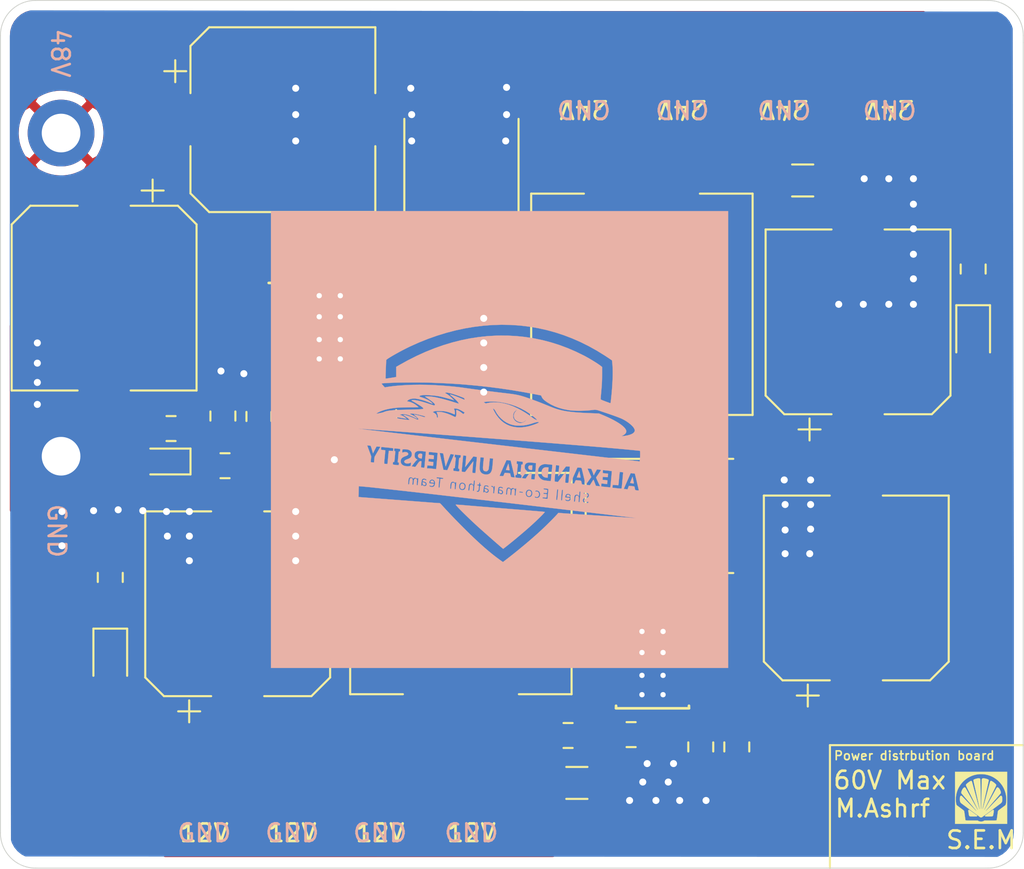
<source format=kicad_pcb>
(kicad_pcb (version 20171130) (host pcbnew "(5.1.6)-1")
  (layers (0 F.Cu signal) (31 B.Cu power) (34 B.Paste user) (35 F.Paste user) (36 B.SilkS user) (37 F.SilkS user) (38 B.Mask user) (39 F.Mask user) (44 Edge.Cuts user))
  (net 0 "")
  (net 1 "Net-(C2-Pad1)")
  (net 2 "Net-(C2-Pad2)")
  (net 3 +48V)
  (net 4 GND)
  (net 5 +24V)
  (net 6 "Net-(C12-Pad2)")
  (net 7 "Net-(C14-Pad2)")
  (net 8 "Net-(C15-Pad2)")
  (net 9 "Net-(C15-Pad1)")
  (net 10 +12V)
  (net 11 "Net-(D3-Pad1)")
  (net 12 "Net-(D5-Pad1)")
  (net 13 "Net-(D6-Pad1)")
  (net 14 "Net-(R2-Pad2)")
  (net 15 FB_24)
  (net 16 "Net-(R8-Pad1)")
  (net 17 "Net-(R14-Pad1)")
  (net 18 "Net-(R15-Pad2)")
  (net 19 FB_12)
  (net 20 "Net-(U3-Pad2)")
  (net 21 "Net-(U3-Pad3)")
  (module TestPoint:shell (layer F.Cu) (at 99.2 179.6)
    (fp_text reference G*** hide)
    (fp_text value LOGO hide)
  )
  (module TestPoint:logo (layer B.Cu) (at 71.8 159.2 180)
    (fp_text reference G*** hide)
    (fp_text value LOGO hide)
  )
  (module MountingHole:MountingHole_2.2mm_M2_DIN965_Pad (layer F.Cu) (at 46.85 160.15 270)
    (fp_text reference H2)
    (fp_text value GND)
    (pad 1 thru_hole circle (at 0 0 270) (size 3.8 3.8) (drill 2.2) (layers *.Cu *.Mask) (net 4 GND))
  )
  (module MountingHole:MountingHole_2.2mm_M2_DIN965_Pad (layer F.Cu) (at 46.85 141.75 270)
    (fp_text reference H1)
    (fp_text value 48)
    (pad 1 thru_hole circle (at 0 0 270) (size 3.8 3.8) (drill 2.2) (layers *.Cu *.Mask) (net 3 +48V))
  )
  (module Connector_Wire:SolderWirePad_1x01_SMD_1x2mm (layer F.Cu) (at 88.1 136.9)
    (fp_text reference J16)
    (fp_text value GND)
    (pad 1 smd roundrect (at 0 0) (size 2 3) (layers F.Cu F.Paste F.Mask) (net 5 +24V))
  )
  (module Connector_Wire:SolderWirePad_1x01_SMD_1x2mm (layer F.Cu) (at 94.1 137)
    (fp_text reference J15)
    (fp_text value GND)
    (pad 1 smd roundrect (at 0 0) (size 2 3) (layers F.Cu F.Paste F.Mask) (net 5 +24V))
  )
  (module Connector_Wire:SolderWirePad_1x01_SMD_1x2mm (layer F.Cu) (at 82.2 136.89)
    (fp_text reference J14)
    (fp_text value GND)
    (pad 1 smd roundrect (at 0 0) (size 2 3) (layers F.Cu F.Paste F.Mask) (net 5 +24V))
  )
  (module Connector_Wire:SolderWirePad_1x01_SMD_1x2mm (layer F.Cu) (at 76.65 136.9)
    (fp_text reference J13)
    (fp_text value GND)
    (pad 1 smd roundrect (at 0 0) (size 2 3) (layers F.Cu F.Paste F.Mask) (net 5 +24V))
  )
  (module Connector_Wire:SolderWirePad_1x01_SMD_1x2mm (layer F.Cu) (at 70.15 178.75)
    (fp_text reference J12)
    (fp_text value GND)
    (pad 1 smd roundrect (at 0 0) (size 2 3) (layers F.Cu F.Paste F.Mask) (net 10 +12V))
  )
  (module Connector_Wire:SolderWirePad_1x01_SMD_1x2mm (layer F.Cu) (at 54.95 178.75)
    (fp_text reference J11)
    (fp_text value GND)
    (pad 1 smd roundrect (at 0 0) (size 2 3) (layers F.Cu F.Paste F.Mask) (net 10 +12V))
  )
  (module Connector_Wire:SolderWirePad_1x01_SMD_1x2mm (layer F.Cu) (at 59.95 178.75)
    (fp_text reference J10)
    (fp_text value GND)
    (pad 1 smd roundrect (at 0 0) (size 2 3) (layers F.Cu F.Paste F.Mask) (net 10 +12V))
  )
  (module Connector_Wire:SolderWirePad_1x01_SMD_1x2mm (layer F.Cu) (at 64.95 178.75)
    (fp_text reference J9)
    (fp_text value GND)
    (pad 1 smd roundrect (at 0 0) (size 2 3) (layers F.Cu F.Paste F.Mask) (net 10 +12V))
  )
  (module Connector_Wire:SolderWirePad_1x01_SMD_1x2mm (layer B.Cu) (at 94.1 137)
    (fp_text reference J8)
    (fp_text value GND)
    (pad 1 smd roundrect (at 0 0) (size 2 3) (layers B.Cu B.Paste B.Mask) (net 4 GND))
  )
  (module Connector_Wire:SolderWirePad_1x01_SMD_1x2mm (layer B.Cu) (at 88.1 136.9)
    (fp_text reference J7)
    (fp_text value GND)
    (pad 1 smd roundrect (at 0 0) (size 2 3) (layers B.Cu B.Paste B.Mask) (net 4 GND))
  )
  (module Connector_Wire:SolderWirePad_1x01_SMD_1x2mm (layer B.Cu) (at 82.2 136.9)
    (fp_text reference J6)
    (fp_text value GND)
    (pad 1 smd roundrect (at 0 0) (size 2 3) (layers B.Cu B.Paste B.Mask) (net 4 GND))
  )
  (module Connector_Wire:SolderWirePad_1x01_SMD_1x2mm (layer B.Cu) (at 70.15 178.75)
    (fp_text reference J5)
    (fp_text value GND)
    (pad 1 smd roundrect (at 0 0) (size 2 3) (layers B.Cu B.Paste B.Mask) (net 4 GND))
  )
  (module Connector_Wire:SolderWirePad_1x01_SMD_1x2mm (layer B.Cu) (at 64.95 178.75)
    (fp_text reference J4)
    (fp_text value GND)
    (pad 1 smd roundrect (at 0 0) (size 2 3) (layers B.Cu B.Paste B.Mask) (net 4 GND))
  )
  (module Connector_Wire:SolderWirePad_1x01_SMD_1x2mm (layer B.Cu) (at 59.95 178.75)
    (fp_text reference J3)
    (fp_text value GND)
    (pad 1 smd roundrect (at 0 0) (size 2 3) (layers B.Cu B.Paste B.Mask) (net 4 GND))
  )
  (module Connector_Wire:SolderWirePad_1x01_SMD_1x2mm (layer B.Cu) (at 76.65 136.9)
    (fp_text reference J2)
    (fp_text value GND)
    (pad 1 smd roundrect (at 0 0) (size 2 3) (layers B.Cu B.Paste B.Mask) (net 4 GND))
  )
  (module Connector_Wire:SolderWirePad_1x01_SMD_1x2mm (layer B.Cu) (at 54.95 178.75)
    (fp_text reference J1)
    (fp_text value GND)
    (pad 1 smd roundrect (at 0 0) (size 2 3) (layers B.Cu B.Paste B.Mask) (net 4 GND))
  )
  (module Capacitor_SMD:CP_Elec_10x10 (layer F.Cu) (at 92.1 167.65 90)
    (fp_text reference C17)
    (fp_text value "220u 50v")
    (pad 2 smd roundrect (at 4 0 90) (size 4 2.5) (layers F.Cu F.Paste F.Mask) (roundrect_rratio 0.1) (net 4 GND))
    (pad 1 smd roundrect (at -4 0 90) (size 4 2.5) (layers F.Cu F.Paste F.Mask) (roundrect_rratio 0.1) (net 5 +24V))
  )
  (module Capacitor_SMD:CP_Elec_10x10 (layer F.Cu) (at 49.3 151.148 270)
    (fp_text reference C5)
    (fp_text value "47u 100v")
    (pad 2 smd roundrect (at 4 0 270) (size 4 2.5) (layers F.Cu F.Paste F.Mask) (roundrect_rratio 0.1) (net 4 GND))
    (pad 1 smd roundrect (at -4 0 270) (size 4 2.5) (layers F.Cu F.Paste F.Mask) (roundrect_rratio 0.1) (net 3 +48V))
  )
  (module Package_SO:TI_SO-PowerPAD-8_ThermalVias (layer F.Cu) (at 62.139 152.809)
    (fp_text reference U2)
    (fp_text value TPS54360DDA)
    (pad 9 thru_hole circle (at 0.6 1.8) (size 0.6 0.6) (drill 0.3) (layers *.Cu) (net 4 GND))
    (pad 9 thru_hole circle (at 0.6 0.7) (size 0.6 0.6) (drill 0.3) (layers *.Cu) (net 4 GND))
    (pad 9 thru_hole circle (at -0.6 0.7) (size 0.6 0.6) (drill 0.3) (layers *.Cu) (net 4 GND))
    (pad 9 thru_hole circle (at -0.6 1.8) (size 0.6 0.6) (drill 0.3) (layers *.Cu) (net 4 GND))
    (pad 9 thru_hole circle (at 0.6 -1.8) (size 0.6 0.6) (drill 0.3) (layers *.Cu) (net 4 GND))
    (pad 9 thru_hole circle (at 0.6 -0.6) (size 0.6 0.6) (drill 0.3) (layers *.Cu) (net 4 GND))
    (pad 9 thru_hole circle (at -0.6 -0.6) (size 0.6 0.6) (drill 0.3) (layers *.Cu) (net 4 GND))
    (pad 9 thru_hole circle (at -0.6 -1.8) (size 0.6 0.6) (drill 0.3) (layers *.Cu) (net 4 GND))
    (pad 9 smd rect (at 0 0) (size 2.95 4.5) (layers B.Cu) (net 4 GND))
    (pad 8 smd rect (at 2.7 -1.905) (size 1.55 0.6) (layers F.Cu F.Paste F.Mask) (net 1 "Net-(C2-Pad1)"))
    (pad 7 smd rect (at 2.7 -0.635) (size 1.55 0.6) (layers F.Cu F.Paste F.Mask) (net 4 GND))
    (pad 6 smd rect (at 2.7 0.635) (size 1.55 0.6) (layers F.Cu F.Paste F.Mask) (net 6 "Net-(C12-Pad2)"))
    (pad 5 smd rect (at 2.7 1.905) (size 1.55 0.6) (layers F.Cu F.Paste F.Mask) (net 15 FB_24))
    (pad 4 smd rect (at -2.7 1.905) (size 1.55 0.6) (layers F.Cu F.Paste F.Mask) (net 16 "Net-(R8-Pad1)"))
    (pad 3 smd rect (at -2.7 0.635) (size 1.55 0.6) (layers F.Cu F.Paste F.Mask) (net 14 "Net-(R2-Pad2)"))
    (pad 2 smd rect (at -2.7 -0.635) (size 1.55 0.6) (layers F.Cu F.Paste F.Mask) (net 3 +48V))
    (pad 1 smd rect (at -2.7 -1.905) (size 1.55 0.6) (layers F.Cu F.Paste F.Mask) (net 2 "Net-(C2-Pad2)"))
    (pad 9 smd rect (at 0 0) (size 2.95 4.5) (layers F.Cu) (net 4 GND))
    (pad 9 smd rect (at 0 0) (size 2.6 3.1) (layers F.Cu F.Paste F.Mask) (net 4 GND))
  )
  (module Inductor_SMD:L_12x12mm_H8mm (layer F.Cu) (at 79.9 151.5 270)
    (fp_text reference L2)
    (fp_text value 47u)
    (pad 1 smd rect (at -4.95 0 270) (size 2.9 5.4) (layers F.Cu F.Paste F.Mask) (net 1 "Net-(C2-Pad1)"))
    (pad 2 smd rect (at 4.95 0 270) (size 2.9 5.4) (layers F.Cu F.Paste F.Mask) (net 5 +24V))
  )
  (module Capacitor_SMD:C_0805_2012Metric (layer F.Cu) (at 60.375 148.608 180)
    (fp_text reference C2)
    (fp_text value .1u)
    (pad 1 smd roundrect (at -0.9375 0 180) (size 0.975 1.4) (layers F.Cu F.Paste F.Mask) (net 1 "Net-(C2-Pad1)"))
    (pad 2 smd roundrect (at 0.9375 0 180) (size 0.975 1.4) (layers F.Cu F.Paste F.Mask) (net 2 "Net-(C2-Pad2)"))
  )
  (module Capacitor_SMD:CP_Elec_10x10 (layer F.Cu) (at 59.472 140.988)
    (fp_text reference C6)
    (fp_text value "47u 100v")
    (pad 1 smd roundrect (at -4 0) (size 4 2.5) (layers F.Cu F.Paste F.Mask) (roundrect_rratio 0.1) (net 3 +48V))
    (pad 2 smd roundrect (at 4 0) (size 4 2.5) (layers F.Cu F.Paste F.Mask) (roundrect_rratio 0.1) (net 4 GND))
  )
  (module Capacitor_SMD:C_1206_3216Metric_Pad1.42x1.75mm_HandSolder (layer F.Cu) (at 89.05 144.45 180)
    (fp_text reference C8)
    (fp_text value 10n)
    (pad 2 smd roundrect (at 1.4875 0 180) (size 1.425 1.75) (layers F.Cu F.Paste F.Mask) (roundrect_rratio 0.175439) (net 5 +24V))
    (pad 1 smd roundrect (at -1.4875 0 180) (size 1.425 1.75) (layers F.Cu F.Paste F.Mask) (roundrect_rratio 0.175439) (net 4 GND))
  )
  (module Capacitor_SMD:CP_Elec_10x10 (layer F.Cu) (at 92.2 152.5 90)
    (fp_text reference C10)
    (fp_text value 220u)
    (pad 2 smd roundrect (at 4 0 90) (size 4 2.5) (layers F.Cu F.Paste F.Mask) (roundrect_rratio 0.1) (net 4 GND))
    (pad 1 smd roundrect (at -4 0 90) (size 4 2.5) (layers F.Cu F.Paste F.Mask) (roundrect_rratio 0.1) (net 5 +24V))
  )
  (module Capacitor_SMD:C_0402_1005Metric (layer F.Cu) (at 67.092 152.672 270)
    (fp_text reference C12)
    (fp_text value 39p)
    (pad 2 smd roundrect (at 0.485 0 270) (size 0.59 0.64) (layers F.Cu F.Paste F.Mask) (net 6 "Net-(C12-Pad2)"))
    (pad 1 smd roundrect (at -0.485 0 270) (size 0.59 0.64) (layers F.Cu F.Paste F.Mask) (net 4 GND))
  )
  (module Capacitor_SMD:C_0402_1005Metric (layer F.Cu) (at 69.108 152.689 270)
    (fp_text reference C14)
    (fp_text value 6800p)
    (pad 1 smd roundrect (at -0.485 0 270) (size 0.59 0.64) (layers F.Cu F.Paste F.Mask) (net 4 GND))
    (pad 2 smd roundrect (at 0.485 0 270) (size 0.59 0.64) (layers F.Cu F.Paste F.Mask) (net 7 "Net-(C14-Pad2)"))
  )
  (module Capacitor_SMD:C_0805_2012Metric (layer F.Cu) (at 78.5 168.02 180)
    (fp_text reference C15)
    (fp_text value 10n)
    (pad 2 smd roundrect (at 0.9375 0 180) (size 0.975 1.4) (layers F.Cu F.Paste F.Mask) (net 8 "Net-(C15-Pad2)"))
    (pad 1 smd roundrect (at -0.9375 0 180) (size 0.975 1.4) (layers F.Cu F.Paste F.Mask) (net 9 "Net-(C15-Pad1)"))
  )
  (module Capacitor_SMD:C_1206_3216Metric (layer F.Cu) (at 76.2 178.75 180)
    (fp_text reference C18)
    (fp_text value 10n)
    (pad 2 smd roundrect (at 1.4 0 180) (size 1.25 1.75) (layers F.Cu F.Paste F.Mask) (roundrect_rratio 0.2) (net 10 +12V))
    (pad 1 smd roundrect (at -1.4 0 180) (size 1.25 1.75) (layers F.Cu F.Paste F.Mask) (roundrect_rratio 0.2) (net 4 GND))
  )
  (module Capacitor_SMD:CP_Elec_10x10 (layer F.Cu) (at 56.9 168.55 90)
    (fp_text reference C19)
    (fp_text value "220u 25v")
    (pad 2 smd roundrect (at 4 0 90) (size 4 2.5) (layers F.Cu F.Paste F.Mask) (roundrect_rratio 0.1) (net 4 GND))
    (pad 1 smd roundrect (at -4 0 90) (size 4 2.5) (layers F.Cu F.Paste F.Mask) (roundrect_rratio 0.1) (net 10 +12V))
  )
  (module Diode_SMD:D_SMC (layer F.Cu) (at 69.632 144.544 90)
    (fp_text reference D2)
    (fp_text value B560C)
    (pad 1 smd rect (at -3.4 0 180) (size 3.3 2.5) (layers F.Cu F.Paste F.Mask) (net 1 "Net-(C2-Pad1)"))
    (pad 2 smd rect (at 3.4 0 180) (size 3.3 2.5) (layers F.Cu F.Paste F.Mask) (net 4 GND))
  )
  (module LED_SMD:LED_0603_1608Metric (layer F.Cu) (at 52.73 160.45 180)
    (fp_text reference D3)
    (fp_text value LED_Red)
    (pad 1 smd roundrect (at -0.7875 0 180) (size 0.875 0.95) (layers F.Cu F.Paste F.Mask) (net 11 "Net-(D3-Pad1)"))
    (pad 2 smd roundrect (at 0.7875 0 180) (size 0.875 0.95) (layers F.Cu F.Paste F.Mask) (net 3 +48V))
  )
  (module Diode_SMD:D_SMC (layer F.Cu) (at 81.5 163.55)
    (fp_text reference D4)
    (fp_text value B560C)
    (pad 1 smd rect (at -3.4 0 90) (size 3.3 2.5) (layers F.Cu F.Paste F.Mask) (net 9 "Net-(C15-Pad1)"))
    (pad 2 smd rect (at 3.4 0 90) (size 3.3 2.5) (layers F.Cu F.Paste F.Mask) (net 4 GND))
  )
  (module LED_SMD:LED_0805_2012Metric (layer F.Cu) (at 98.75 153.2375 270)
    (fp_text reference D5)
    (fp_text value LED_green)
    (pad 2 smd roundrect (at 0.9375 0 270) (size 0.975 1.4) (layers F.Cu F.Paste F.Mask) (net 5 +24V))
    (pad 1 smd roundrect (at -0.9375 0 270) (size 0.975 1.4) (layers F.Cu F.Paste F.Mask) (net 12 "Net-(D5-Pad1)"))
  )
  (module LED_SMD:LED_0805_2012Metric (layer F.Cu) (at 49.65 171.65 270)
    (fp_text reference D6)
    (fp_text value LED_blue)
    (pad 1 smd roundrect (at -0.9375 0 270) (size 0.975 1.4) (layers F.Cu F.Paste F.Mask) (net 13 "Net-(D6-Pad1)"))
    (pad 2 smd roundrect (at 0.9375 0 270) (size 0.975 1.4) (layers F.Cu F.Paste F.Mask) (net 10 +12V))
  )
  (module Inductor_SMD:L_12x12mm_H6mm (layer F.Cu) (at 69.6 167.4 270)
    (fp_text reference L3)
    (fp_text value 47u)
    (pad 1 smd rect (at -4.95 0 270) (size 2.9 5.4) (layers F.Cu F.Paste F.Mask) (net 9 "Net-(C15-Pad1)"))
    (pad 2 smd rect (at 4.95 0 270) (size 2.9 5.4) (layers F.Cu F.Paste F.Mask) (net 10 +12V))
  )
  (module Resistor_SMD:R_0805_2012Metric (layer F.Cu) (at 53.108 158.574)
    (fp_text reference R2)
    (fp_text value 3M)
    (pad 2 smd roundrect (at 0.9375 0) (size 0.975 1.4) (layers F.Cu F.Paste F.Mask) (net 14 "Net-(R2-Pad2)"))
    (pad 1 smd roundrect (at -0.9375 0) (size 0.975 1.4) (layers F.Cu F.Paste F.Mask) (net 3 +48V))
  )
  (module Resistor_SMD:R_0805_2012Metric (layer F.Cu) (at 65.208 157.7865 90)
    (fp_text reference R4)
    (fp_text value 300k)
    (pad 2 smd roundrect (at 0.9375 0 90) (size 0.975 1.4) (layers F.Cu F.Paste F.Mask) (net 15 FB_24))
    (pad 1 smd roundrect (at -0.9375 0 90) (size 0.975 1.4) (layers F.Cu F.Paste F.Mask) (net 5 +24V))
  )
  (module Resistor_SMD:R_0805_2012Metric (layer F.Cu) (at 56.058 157.8615 90)
    (fp_text reference R6)
    (fp_text value 270K)
    (pad 1 smd roundrect (at -0.9375 0 90) (size 0.975 1.4) (layers F.Cu F.Paste F.Mask) (net 14 "Net-(R2-Pad2)"))
    (pad 2 smd roundrect (at 0.9375 0 90) (size 0.975 1.4) (layers F.Cu F.Paste F.Mask) (net 4 GND))
  )
  (module Resistor_SMD:R_0805_2012Metric (layer F.Cu) (at 60.258 157.8305 270)
    (fp_text reference R8)
    (fp_text value 160k)
    (pad 1 smd roundrect (at -0.9375 0 270) (size 0.975 1.4) (layers F.Cu F.Paste F.Mask) (net 16 "Net-(R8-Pad1)"))
    (pad 2 smd roundrect (at 0.9375 0 270) (size 0.975 1.4) (layers F.Cu F.Paste F.Mask) (net 17 "Net-(R14-Pad1)"))
  )
  (module Resistor_SMD:R_0805_2012Metric (layer F.Cu) (at 68.0205 154.974)
    (fp_text reference R10)
    (fp_text value 13k)
    (pad 1 smd roundrect (at -0.9375 0) (size 0.975 1.4) (layers F.Cu F.Paste F.Mask) (net 6 "Net-(C12-Pad2)"))
    (pad 2 smd roundrect (at 0.9375 0) (size 0.975 1.4) (layers F.Cu F.Paste F.Mask) (net 7 "Net-(C14-Pad2)"))
  )
  (module Resistor_SMD:R_0805_2012Metric (layer F.Cu) (at 62.8 157.7865 270)
    (fp_text reference R12)
    (fp_text value 10k)
    (pad 1 smd roundrect (at -0.9375 0 270) (size 0.975 1.4) (layers F.Cu F.Paste F.Mask) (net 15 FB_24))
    (pad 2 smd roundrect (at 0.9375 0 270) (size 0.975 1.4) (layers F.Cu F.Paste F.Mask) (net 4 GND))
  )
  (module Resistor_SMD:R_0805_2012Metric (layer F.Cu) (at 58.108 157.8865 90)
    (fp_text reference R14)
    (fp_text value 2k)
    (pad 2 smd roundrect (at 0.9375 0 90) (size 0.975 1.4) (layers F.Cu F.Paste F.Mask) (net 4 GND))
    (pad 1 smd roundrect (at -0.9375 0 90) (size 0.975 1.4) (layers F.Cu F.Paste F.Mask) (net 17 "Net-(R14-Pad1)"))
  )
  (module Resistor_SMD:R_0805_2012Metric (layer F.Cu) (at 85.3 176.7 90)
    (fp_text reference R15)
    (fp_text value 100K)
    (pad 1 smd roundrect (at -0.9375 0 90) (size 0.975 1.4) (layers F.Cu F.Paste F.Mask) (net 5 +24V))
    (pad 2 smd roundrect (at 0.9375 0 90) (size 0.975 1.4) (layers F.Cu F.Paste F.Mask) (net 18 "Net-(R15-Pad2)"))
  )
  (module Resistor_SMD:R_0805_2012Metric (layer F.Cu) (at 75.7 176.05)
    (fp_text reference R16)
    (fp_text value 10k)
    (pad 1 smd roundrect (at -0.9375 0) (size 0.975 1.4) (layers F.Cu F.Paste F.Mask) (net 10 +12V))
    (pad 2 smd roundrect (at 0.9375 0) (size 0.975 1.4) (layers F.Cu F.Paste F.Mask) (net 19 FB_12))
  )
  (module Resistor_SMD:R_0805_2012Metric (layer F.Cu) (at 83.25 176.7 270)
    (fp_text reference R17)
    (fp_text value 100K)
    (pad 2 smd roundrect (at 0.9375 0 270) (size 0.975 1.4) (layers F.Cu F.Paste F.Mask) (net 4 GND))
    (pad 1 smd roundrect (at -0.9375 0 270) (size 0.975 1.4) (layers F.Cu F.Paste F.Mask) (net 18 "Net-(R15-Pad2)"))
  )
  (module Resistor_SMD:R_0805_2012Metric (layer F.Cu) (at 79.2875 176)
    (fp_text reference R18)
    (fp_text value 1k1)
    (pad 2 smd roundrect (at 0.9375 0) (size 0.975 1.4) (layers F.Cu F.Paste F.Mask) (net 4 GND))
    (pad 1 smd roundrect (at -0.9375 0) (size 0.975 1.4) (layers F.Cu F.Paste F.Mask) (net 19 FB_12))
  )
  (module Resistor_SMD:R_0805_2012Metric (layer F.Cu) (at 56.18 160.69)
    (fp_text reference R19)
    (fp_text value 100K)
    (pad 1 smd roundrect (at -0.9375 0) (size 0.975 1.4) (layers F.Cu F.Paste F.Mask) (net 11 "Net-(D3-Pad1)"))
    (pad 2 smd roundrect (at 0.9375 0) (size 0.975 1.4) (layers F.Cu F.Paste F.Mask) (net 4 GND))
  )
  (module Resistor_SMD:R_0805_2012Metric (layer F.Cu) (at 98.75 149.4925 90)
    (fp_text reference R20)
    (fp_text value 10k)
    (pad 2 smd roundrect (at 0.9375 0 90) (size 0.975 1.4) (layers F.Cu F.Paste F.Mask) (net 4 GND))
    (pad 1 smd roundrect (at -0.9375 0 90) (size 0.975 1.4) (layers F.Cu F.Paste F.Mask) (net 12 "Net-(D5-Pad1)"))
  )
  (module Resistor_SMD:R_0805_2012Metric (layer F.Cu) (at 49.65 167.05 90)
    (fp_text reference R21)
    (fp_text value 10k)
    (pad 1 smd roundrect (at -0.9375 0 90) (size 0.975 1.4) (layers F.Cu F.Paste F.Mask) (net 13 "Net-(D6-Pad1)"))
    (pad 2 smd roundrect (at 0.9375 0 90) (size 0.975 1.4) (layers F.Cu F.Paste F.Mask) (net 4 GND))
  )
  (module Package_SO:TI_SO-PowerPAD-8_ThermalVias (layer F.Cu) (at 80.504 171.927)
    (fp_text reference U3)
    (fp_text value TPS5430DDA)
    (pad 9 smd rect (at 0 0) (size 2.6 3.1) (layers F.Cu F.Paste F.Mask) (net 4 GND))
    (pad 9 smd rect (at 0 0) (size 2.95 4.5) (layers F.Cu) (net 4 GND))
    (pad 1 smd rect (at -2.7 -1.905) (size 1.55 0.6) (layers F.Cu F.Paste F.Mask) (net 8 "Net-(C15-Pad2)"))
    (pad 2 smd rect (at -2.7 -0.635) (size 1.55 0.6) (layers F.Cu F.Paste F.Mask) (net 20 "Net-(U3-Pad2)"))
    (pad 3 smd rect (at -2.7 0.635) (size 1.55 0.6) (layers F.Cu F.Paste F.Mask) (net 21 "Net-(U3-Pad3)"))
    (pad 4 smd rect (at -2.7 1.905) (size 1.55 0.6) (layers F.Cu F.Paste F.Mask) (net 19 FB_12))
    (pad 5 smd rect (at 2.7 1.905) (size 1.55 0.6) (layers F.Cu F.Paste F.Mask) (net 18 "Net-(R15-Pad2)"))
    (pad 6 smd rect (at 2.7 0.635) (size 1.55 0.6) (layers F.Cu F.Paste F.Mask) (net 4 GND))
    (pad 7 smd rect (at 2.7 -0.635) (size 1.55 0.6) (layers F.Cu F.Paste F.Mask) (net 5 +24V))
    (pad 8 smd rect (at 2.7 -1.905) (size 1.55 0.6) (layers F.Cu F.Paste F.Mask) (net 9 "Net-(C15-Pad1)"))
    (pad 9 smd rect (at 0 0) (size 2.95 4.5) (layers B.Cu) (net 4 GND))
    (pad 9 thru_hole circle (at -0.6 -1.8) (size 0.6 0.6) (drill 0.3) (layers *.Cu) (net 4 GND))
    (pad 9 thru_hole circle (at -0.6 -0.6) (size 0.6 0.6) (drill 0.3) (layers *.Cu) (net 4 GND))
    (pad 9 thru_hole circle (at 0.6 -0.6) (size 0.6 0.6) (drill 0.3) (layers *.Cu) (net 4 GND))
    (pad 9 thru_hole circle (at 0.6 -1.8) (size 0.6 0.6) (drill 0.3) (layers *.Cu) (net 4 GND))
    (pad 9 thru_hole circle (at -0.6 1.8) (size 0.6 0.6) (drill 0.3) (layers *.Cu) (net 4 GND))
    (pad 9 thru_hole circle (at -0.6 0.7) (size 0.6 0.6) (drill 0.3) (layers *.Cu) (net 4 GND))
    (pad 9 thru_hole circle (at 0.6 0.7) (size 0.6 0.6) (drill 0.3) (layers *.Cu) (net 4 GND))
    (pad 9 thru_hole circle (at 0.6 1.8) (size 0.6 0.6) (drill 0.3) (layers *.Cu) (net 4 GND))
  )
  (gr_text "S.E.M\n" (at 99.2 182) (layer F.SilkS) (effects (font (size 1 1))))
  (gr_text M.Ashrf (at 93.6 180.2) (layer F.SilkS) (effects (font (size 1 1))))
  (gr_text "60V Max" (at 94 178.6) (layer F.SilkS) (effects (font (size 1 1))))
  (gr_text "Power distrbution board" (at 95.4 177.2) (layer F.SilkS) (effects (font (size 0.5 0.5) (thickness 0.09))))
  (gr_line (start 90.6 176.6) (end 90.6 183.6) (layer F.SilkS) (width 0.12))
  (gr_line (start 101.6 176.6) (end 90.6 176.6) (layer F.SilkS) (width 0.12))
  (gr_text "48V\n" (at 46.8 137.2 270) (layer B.SilkS) (effects (font (size 1 1))))
  (gr_text "24V\n" (at 76.6 140.4 180) (layer F.SilkS) (effects (font (size 1 1))))
  (gr_text "24V\n" (at 82.2 140.4 180) (layer F.SilkS) (effects (font (size 1 1))))
  (gr_text "24V\n" (at 88 140.4 180) (layer F.SilkS) (effects (font (size 1 1))))
  (gr_text "24V\n" (at 94 140.4 180) (layer F.SilkS) (effects (font (size 1 1))))
  (gr_text "GND\n" (at 94 140.4 180) (layer B.SilkS) (effects (font (size 1 1))))
  (gr_text "GND\n" (at 88 140.4 180) (layer B.SilkS) (effects (font (size 1 1))))
  (gr_text "GND\n" (at 82.2 140.4 180) (layer B.SilkS) (effects (font (size 1 1))))
  (gr_text "GND\n" (at 76.6 140.4 180) (layer B.SilkS) (effects (font (size 1 1))))
  (gr_text "GND\n" (at 46.6 164.4 270) (layer B.SilkS) (effects (font (size 1 1))))
  (gr_text "GND\n" (at 55 181.6) (layer B.SilkS) (effects (font (size 1 1))))
  (gr_text "GND\n" (at 60 181.6) (layer B.SilkS) (effects (font (size 1 1))))
  (gr_text "GND\n" (at 65 181.6) (layer B.SilkS) (effects (font (size 1 1))))
  (gr_text "GND\n" (at 70.2 181.6) (layer B.SilkS) (effects (font (size 1 1))))
  (gr_text "12V\n" (at 55 181.6) (layer F.SilkS) (effects (font (size 1 1))))
  (gr_text "12V\n" (at 60 181.6) (layer F.SilkS) (effects (font (size 1 1))))
  (gr_text "12V\n" (at 65 181.6) (layer F.SilkS) (effects (font (size 1 1))))
  (gr_text "12V\n" (at 70.2 181.6) (layer F.SilkS) (effects (font (size 1 1))))
  (gr_arc (start 99.6 136.2) (end 101.6 136.2) (angle -90) (layer Edge.Cuts) (width 0.05))
  (gr_arc (start 45.4 136.2) (end 45.4 134.2) (angle -90) (layer Edge.Cuts) (width 0.05))
  (gr_arc (start 45.4 181.6) (end 43.4 181.6) (angle -90) (layer Edge.Cuts) (width 0.05))
  (gr_arc (start 99.6 181.6) (end 99.6 183.6) (angle -90) (layer Edge.Cuts) (width 0.05))
  (gr_line (start 101.6 136.2) (end 101.6 136.6) (layer Edge.Cuts) (width 0.05))
  (gr_line (start 45.4 134.2) (end 99.6 134.2) (layer Edge.Cuts) (width 0.05))
  (gr_line (start 43.4 181.6) (end 43.4 136.2) (layer Edge.Cuts) (width 0.05))
  (gr_line (start 99.6 183.6) (end 45.4 183.6) (layer Edge.Cuts) (width 0.05))
  (gr_line (start 101.6 136.6) (end 101.6 181.6) (layer Edge.Cuts) (width 0.05))
  (segment (start 52.1705 158.574) (end 52.1705 157.7545) (width 0.5) (layer F.Cu) (net 3))
  (segment (start 52.1705 157.7545) (end 53.2 156.725) (width 0.5) (layer F.Cu) (net 3))
  (segment (start 53.2 156.725) (end 53.2 153.325) (width 0.5) (layer F.Cu) (net 3))
  (segment (start 53.2 153.325) (end 54.425 152.1) (width 0.5) (layer F.Cu) (net 3))
  (segment (start 51.9445 158.8) (end 52.1705 158.574) (width 0.5) (layer F.Cu) (net 3))
  (segment (start 51.9425 158.802) (end 52.1705 158.574) (width 0.5) (layer F.Cu) (net 3))
  (segment (start 51.9425 160.45) (end 51.9425 158.802) (width 0.5) (layer F.Cu) (net 3))
  (segment (start 62.774 152.174) (end 62.774 152.174) (width 0.75) (layer F.Cu) (net 4))
  (via (at 55.95 155.3) (size 0.8) (drill 0.4) (layers F.Cu B.Cu) (net 4))
  (segment (start 56.058 156.924) (end 56.058 155.408) (width 0.75) (layer F.Cu) (net 4))
  (segment (start 56.058 155.408) (end 55.95 155.3) (width 0.75) (layer F.Cu) (net 4))
  (segment (start 58.108 156.949) (end 58.108 156.308) (width 0.75) (layer F.Cu) (net 4))
  (via (at 57.25 155.45) (size 0.8) (drill 0.4) (layers F.Cu B.Cu) (net 4))
  (segment (start 58.108 156.308) (end 57.25 155.45) (width 0.75) (layer F.Cu) (net 4))
  (via (at 89.5 161.5) (size 0.8) (drill 0.4) (layers F.Cu B.Cu) (net 4))
  (via (at 89.5 162.9) (size 0.8) (drill 0.4) (layers F.Cu B.Cu) (net 4))
  (via (at 89.5 164.3) (size 0.8) (drill 0.4) (layers F.Cu B.Cu) (net 4))
  (via (at 89.45 165.7) (size 0.8) (drill 0.4) (layers F.Cu B.Cu) (net 4))
  (via (at 88.05 165.7) (size 0.8) (drill 0.4) (layers F.Cu B.Cu) (net 4))
  (via (at 88.05 164.35) (size 0.8) (drill 0.4) (layers F.Cu B.Cu) (net 4))
  (via (at 88.05 162.9) (size 0.8) (drill 0.4) (layers F.Cu B.Cu) (net 4))
  (via (at 88 161.5) (size 0.8) (drill 0.4) (layers F.Cu B.Cu) (net 4))
  (segment (start 81.139 172.562) (end 80.504 171.927) (width 0.75) (layer F.Cu) (net 4))
  (segment (start 83.204 172.562) (end 81.139 172.562) (width 0.75) (layer F.Cu) (net 4))
  (via (at 62.4 160.35) (size 0.8) (drill 0.4) (layers F.Cu B.Cu) (net 4))
  (segment (start 62.8 158.724) (end 62.8 159.95) (width 0.75) (layer F.Cu) (net 4))
  (segment (start 62.8 159.95) (end 62.4 160.35) (width 0.75) (layer F.Cu) (net 4))
  (via (at 60.2 139.2) (size 0.8) (drill 0.4) (layers F.Cu B.Cu) (net 4))
  (via (at 60.2 140.7) (size 0.8) (drill 0.4) (layers F.Cu B.Cu) (net 4))
  (via (at 60.2 142.2) (size 0.8) (drill 0.4) (layers F.Cu B.Cu) (net 4))
  (via (at 66.8 142.2) (size 0.8) (drill 0.4) (layers F.Cu B.Cu) (net 4))
  (via (at 66.8 140.7) (size 0.8) (drill 0.4) (layers F.Cu B.Cu) (net 4))
  (via (at 66.75 139.2) (size 0.8) (drill 0.4) (layers F.Cu B.Cu) (net 4))
  (via (at 72.2 139.15) (size 0.8) (drill 0.4) (layers F.Cu B.Cu) (net 4))
  (via (at 72.2 140.7) (size 0.8) (drill 0.4) (layers F.Cu B.Cu) (net 4))
  (via (at 72.15 142.2) (size 0.8) (drill 0.4) (layers F.Cu B.Cu) (net 4))
  (via (at 60.2 163.3) (size 0.8) (drill 0.4) (layers F.Cu B.Cu) (net 4))
  (via (at 60.2 164.7) (size 0.8) (drill 0.4) (layers F.Cu B.Cu) (net 4))
  (via (at 60.2 166.1) (size 0.8) (drill 0.4) (layers F.Cu B.Cu) (net 4))
  (via (at 54.15 166.1) (size 0.8) (drill 0.4) (layers F.Cu B.Cu) (net 4))
  (via (at 54.15 164.7) (size 0.8) (drill 0.4) (layers F.Cu B.Cu) (net 4))
  (via (at 54.15 163.3) (size 0.8) (drill 0.4) (layers F.Cu B.Cu) (net 4))
  (via (at 80.2 177.65) (size 0.8) (drill 0.4) (layers F.Cu B.Cu) (net 4))
  (via (at 81.7 177.65) (size 0.8) (drill 0.4) (layers F.Cu B.Cu) (net 4))
  (via (at 79.95 178.7) (size 0.8) (drill 0.4) (layers F.Cu B.Cu) (net 4))
  (via (at 81.4 178.7) (size 0.8) (drill 0.4) (layers F.Cu B.Cu) (net 4))
  (via (at 80.7 179.75) (size 0.8) (drill 0.4) (layers F.Cu B.Cu) (net 4))
  (via (at 79.2 179.75) (size 0.8) (drill 0.4) (layers F.Cu B.Cu) (net 4))
  (via (at 82.05 179.75) (size 0.8) (drill 0.4) (layers F.Cu B.Cu) (net 4))
  (via (at 83.55 179.75) (size 0.8) (drill 0.4) (layers F.Cu B.Cu) (net 4))
  (via (at 92.55 144.35) (size 0.8) (drill 0.4) (layers F.Cu B.Cu) (net 4))
  (via (at 93.95 144.35) (size 0.8) (drill 0.4) (layers F.Cu B.Cu) (net 4))
  (via (at 95.35 144.35) (size 0.8) (drill 0.4) (layers F.Cu B.Cu) (net 4))
  (via (at 95.35 145.8) (size 0.8) (drill 0.4) (layers F.Cu B.Cu) (net 4))
  (via (at 95.35 148.65) (size 0.8) (drill 0.4) (layers F.Cu B.Cu) (net 4))
  (via (at 95.35 147.2) (size 0.8) (drill 0.4) (layers F.Cu B.Cu) (net 4))
  (via (at 95.35 151.5) (size 0.8) (drill 0.4) (layers F.Cu B.Cu) (net 4))
  (via (at 95.35 150.05) (size 0.8) (drill 0.4) (layers F.Cu B.Cu) (net 4))
  (via (at 93.95 151.5) (size 0.8) (drill 0.4) (layers F.Cu B.Cu) (net 4))
  (via (at 92.5 151.5) (size 0.8) (drill 0.4) (layers F.Cu B.Cu) (net 4))
  (via (at 91.1 151.5) (size 0.8) (drill 0.4) (layers F.Cu B.Cu) (net 4))
  (segment (start 95.445 148.555) (end 95.35 148.65) (width 0.75) (layer F.Cu) (net 4))
  (segment (start 98.75 148.555) (end 95.445 148.555) (width 0.75) (layer F.Cu) (net 4))
  (segment (start 49.6625 166.1) (end 49.65 166.1125) (width 0.75) (layer F.Cu) (net 4))
  (segment (start 54.15 166.1) (end 49.6625 166.1) (width 0.75) (layer F.Cu) (net 4))
  (segment (start 57.1175 164.3325) (end 56.9 164.55) (width 0.75) (layer F.Cu) (net 4))
  (segment (start 57.1175 160.69) (end 57.1175 164.3325) (width 0.75) (layer F.Cu) (net 4))
  (via (at 70.9 152.3) (size 0.8) (drill 0.4) (layers F.Cu B.Cu) (net 4))
  (via (at 70.9 153.7) (size 0.8) (drill 0.4) (layers F.Cu B.Cu) (net 4))
  (via (at 70.9 155.1) (size 0.8) (drill 0.4) (layers F.Cu B.Cu) (net 4))
  (via (at 70.9 156.5) (size 0.8) (drill 0.4) (layers F.Cu B.Cu) (net 4))
  (segment (start 62.774 152.174) (end 62.739 152.209) (width 0.75) (layer F.Cu) (net 4))
  (segment (start 80.504 175.721) (end 80.225 176) (width 0.75) (layer F.Cu) (net 4))
  (segment (start 80.504 171.927) (end 80.504 175.721) (width 0.75) (layer F.Cu) (net 4))
  (segment (start 61.574 152.174) (end 61.539 152.209) (width 0.75) (layer F.Cu) (net 4))
  (segment (start 64.839 152.174) (end 61.574 152.174) (width 0.75) (layer F.Cu) (net 4))
  (segment (start 70.774 152.174) (end 70.9 152.3) (width 0.75) (layer F.Cu) (net 4))
  (segment (start 64.839 152.174) (end 70.774 152.174) (width 0.75) (layer F.Cu) (net 4))
  (via (at 45.5 153.7) (size 0.8) (drill 0.4) (layers F.Cu B.Cu) (net 4))
  (via (at 45.5 154.85) (size 0.8) (drill 0.4) (layers F.Cu B.Cu) (net 4))
  (via (at 45.5 155.95) (size 0.8) (drill 0.4) (layers F.Cu B.Cu) (net 4))
  (via (at 45.5 157.2) (size 0.8) (drill 0.4) (layers F.Cu B.Cu) (net 4))
  (via (at 52.85 163.3) (size 0.8) (drill 0.4) (layers F.Cu B.Cu) (net 4))
  (via (at 51.5 163.25) (size 0.8) (drill 0.4) (layers F.Cu B.Cu) (net 4))
  (via (at 50.1 163.2) (size 0.8) (drill 0.4) (layers F.Cu B.Cu) (net 4))
  (via (at 48.7 163.25) (size 0.8) (drill 0.4) (layers F.Cu B.Cu) (net 4))
  (via (at 46.9 163.3) (size 0.8) (drill 0.4) (layers F.Cu B.Cu) (net 4))
  (via (at 46.9 165.25) (size 0.8) (drill 0.4) (layers F.Cu B.Cu) (net 4))
  (via (at 52.9 164.7) (size 0.8) (drill 0.4) (layers F.Cu B.Cu) (net 4))
  (segment (start 85.3 177.6375) (end 87.5625 177.6375) (width 0.75) (layer F.Cu) (net 5))
  (segment (start 87.5625 177.6375) (end 89.05 176.15) (width 0.75) (layer F.Cu) (net 5))
  (segment (start 89.05 176.15) (end 89.05 172.3) (width 0.75) (layer F.Cu) (net 5))
  (segment (start 67.083 153.166) (end 67.092 153.157) (width 0.5) (layer F.Cu) (net 6))
  (segment (start 67.083 154.974) (end 67.083 153.166) (width 0.5) (layer F.Cu) (net 6))
  (segment (start 66.805 153.444) (end 67.092 153.157) (width 0.5) (layer F.Cu) (net 6))
  (segment (start 64.839 153.444) (end 66.805 153.444) (width 0.5) (layer F.Cu) (net 6))
  (segment (start 68.958 153.324) (end 69.108 153.174) (width 0.5) (layer F.Cu) (net 7))
  (segment (start 68.958 154.974) (end 68.958 153.324) (width 0.5) (layer F.Cu) (net 7))
  (segment (start 77.5625 169.7805) (end 77.804 170.022) (width 0.75) (layer F.Cu) (net 8))
  (segment (start 77.5625 168.02) (end 77.5625 169.7805) (width 0.75) (layer F.Cu) (net 8))
  (segment (start 49.6875 172.55) (end 49.65 172.5875) (width 0.75) (layer F.Cu) (net 10))
  (segment (start 56.9 172.55) (end 49.6875 172.55) (width 0.75) (layer F.Cu) (net 10))
  (segment (start 55.0025 160.45) (end 55.2425 160.69) (width 0.5) (layer F.Cu) (net 11))
  (segment (start 53.5175 160.45) (end 55.0025 160.45) (width 0.5) (layer F.Cu) (net 11))
  (segment (start 98.75 150.43) (end 98.75 152.3) (width 0.75) (layer F.Cu) (net 12))
  (segment (start 49.65 167.9875) (end 49.65 170.7125) (width 0.75) (layer F.Cu) (net 13))
  (segment (start 54.2705 158.799) (end 54.0455 158.574) (width 0.5) (layer F.Cu) (net 14))
  (segment (start 56.058 158.799) (end 54.2705 158.799) (width 0.5) (layer F.Cu) (net 14))
  (segment (start 59.439 153.444) (end 55.731 153.444) (width 0.5) (layer F.Cu) (net 14))
  (segment (start 54.0455 155.1295) (end 54.0455 158.574) (width 0.5) (layer F.Cu) (net 14))
  (segment (start 55.731 153.444) (end 54.0455 155.1295) (width 0.5) (layer F.Cu) (net 14))
  (segment (start 64.839 156.48) (end 65.208 156.849) (width 0.5) (layer F.Cu) (net 15))
  (segment (start 64.839 154.714) (end 64.839 156.48) (width 0.5) (layer F.Cu) (net 15))
  (segment (start 62.958 156.849) (end 65.208 156.849) (width 0.5) (layer F.Cu) (net 15))
  (segment (start 59.439 154.714) (end 59.439 155.039) (width 0.5) (layer F.Cu) (net 16))
  (segment (start 60.258 155.858) (end 60.258 156.893) (width 0.5) (layer F.Cu) (net 16))
  (segment (start 59.439 155.039) (end 60.258 155.858) (width 0.5) (layer F.Cu) (net 16))
  (segment (start 58.164 158.768) (end 58.108 158.824) (width 0.5) (layer F.Cu) (net 17))
  (segment (start 60.258 158.768) (end 58.164 158.768) (width 0.5) (layer F.Cu) (net 17))
  (segment (start 83.25 175.7625) (end 85.3 175.7625) (width 0.75) (layer F.Cu) (net 18))
  (segment (start 83.204 175.7165) (end 83.25 175.7625) (width 0.75) (layer F.Cu) (net 18))
  (segment (start 83.204 173.832) (end 83.204 175.7165) (width 0.75) (layer F.Cu) (net 18))
  (segment (start 78.3 176.05) (end 78.35 176) (width 0.75) (layer F.Cu) (net 19))
  (segment (start 76.6375 176.05) (end 78.3 176.05) (width 0.75) (layer F.Cu) (net 19))
  (segment (start 77.804 174.8835) (end 76.6375 176.05) (width 0.75) (layer F.Cu) (net 19))
  (segment (start 77.804 173.832) (end 77.804 174.8835) (width 0.75) (layer F.Cu) (net 19))
  (zone (net 4) (net_name GND) (layer B.Cu) (connect_pads yes (clearance 0.508)) (min_thickness 0.254) (fill yes (arc_segments 32) (thermal_gap 0.508) (thermal_bridge_width 0.508))
    (polygon (pts (xy 101.1 182.9625) (xy 44 182.9375) (xy 43.9 134.7625) (xy 101 134.8375)))
  )
  (zone (net 3) (net_name +48V) (layer F.Cu) (connect_pads (clearance 0.508)) (min_thickness 0.254) (fill yes (arc_segments 32) (thermal_gap 0.508) (thermal_bridge_width 0.508))
    (polygon (pts (xy 57.75 151.8) (xy 60.25 151.8) (xy 60.25 152.7) (xy 52.4 152.7) (xy 52.4 150.4) (xy 43.95 150.375) (xy 43.95 134.7875) (xy 57.75 134.8125)))
  )
  (zone (net 2) (net_name "Net-(C2-Pad2)") (layer F.Cu) (connect_pads (clearance 0.508)) (min_thickness 0.254) (fill yes (arc_segments 32) (thermal_gap 0.508) (thermal_bridge_width 0.508))
    (polygon (pts (xy 60.225 151.2) (xy 58.37 151.19) (xy 58.37 147.64) (xy 60.23 147.64)))
  )
  (zone (net 1) (net_name "Net-(C2-Pad1)") (layer F.Cu) (connect_pads (clearance 0.508)) (min_thickness 0.254) (fill yes (arc_segments 32) (thermal_gap 0.508) (thermal_bridge_width 0.508))
    (polygon (pts (xy 83.0875 144.55) (xy 83.076563 151.14375) (xy 64.223438 151.15625) (xy 64.246875 149.875) (xy 60.8 149.875) (xy 60.8 146.475) (xy 66.35 146.475) (xy 66.35 144.55)))
  )
  (zone (net 5) (net_name +24V) (layer F.Cu) (connect_pads yes (clearance 0.508)) (min_thickness 0.254) (fill yes (arc_segments 32) (thermal_gap 0.508) (thermal_bridge_width 0.508))
    (polygon (pts (xy 96.1 141.85) (xy 89.05 141.85) (xy 89.05 153.4) (xy 101 153.45) (xy 101 159.55) (xy 100.988076 159.55) (xy 101.011925 174.05) (xy 84.8 173.99) (xy 84.8 172.1) (xy 84.4 171.75) (xy 82.3 171.75) (xy 82.3 170.9) (xy 85.55 170.9) (xy 85.55 167.55) (xy 95.45 167.55) (xy 95.427 159.5) (xy 64.4 159.5) (xy 64.4 158) (xy 73.1 158) (xy 73.1 153.4) (xy 83.95 153.4) (xy 83.95 141.85) (xy 75.2 141.85) (xy 75.2 134.8) (xy 96.05 134.8)))
  )
  (zone (net 4) (net_name GND) (layer F.Cu) (connect_pads (clearance 0.508)) (min_thickness 0.254) (fill yes (arc_segments 32) (thermal_gap 0.508) (thermal_bridge_width 0.508))
    (polygon (pts (xy 72 157.1) (xy 69.9 157.1) (xy 69.9 152.6) (xy 62.3 152.6) (xy 62.3 151.8) (xy 72 151.8)))
  )
  (zone (net 9) (net_name "Net-(C15-Pad1)") (layer F.Cu) (connect_pads yes (clearance 0.508)) (min_thickness 0.254) (fill yes (arc_segments 32) (thermal_gap 0.508) (thermal_bridge_width 0.508))
    (polygon (pts (xy 82.3 166.8) (xy 84.9 166.8) (xy 84.9 170.35) (xy 82.5 170.35) (xy 82.5 168.9) (xy 78.8 168.9) (xy 78.8 166.2) (xy 65.5 166.2) (xy 65.5 160.6) (xy 82.3 160.6)))
  )
  (zone (net 4) (net_name GND) (layer F.Cu) (connect_pads (clearance 0.508)) (min_thickness 0.254) (fill yes (arc_segments 32) (thermal_gap 0.508) (thermal_bridge_width 0.508))
    (polygon (pts (xy 94.3 166.2) (xy 83.25 166.2) (xy 83.25 160.6) (xy 94.3 160.6)))
  )
  (zone (net 10) (net_name +12V) (layer F.Cu) (connect_pads yes (clearance 0.508)) (min_thickness 0.254) (fill yes (arc_segments 32) (thermal_gap 0.508) (thermal_bridge_width 0.508))
    (polygon (pts (xy 74.95 182.975) (xy 52.65 182.975) (xy 52.7 167.75) (xy 74.95 167.825)))
  )
  (zone (net 4) (net_name GND) (layer F.Cu) (connect_pads (clearance 0.508)) (min_thickness 0.254) (fill yes (arc_segments 32) (thermal_gap 0.508) (thermal_bridge_width 0.508))
    (polygon (pts (xy 72.9 143.3) (xy 59 143.3) (xy 59.025 134.8) (xy 72.975 134.8)))
  )
  (zone (net 4) (net_name GND) (layer F.Cu) (connect_pads (clearance 0.508)) (min_thickness 0.254) (fill yes (arc_segments 32) (thermal_gap 0.508) (thermal_bridge_width 0.508))
    (polygon (pts (xy 62.1 166.8) (xy 45.45 166.8) (xy 45.45 162.5) (xy 62.1 162.5)))
  )
  (zone (net 4) (net_name GND) (layer F.Cu) (connect_pads (clearance 0.508)) (min_thickness 0.254) (fill yes (arc_segments 32) (thermal_gap 0.508) (thermal_bridge_width 0.508))
    (polygon (pts (xy 81.85 176.95) (xy 84.2 176.95) (xy 84.2 180.45) (xy 76.85 180.425) (xy 76.85 177.575) (xy 79.35 177.6) (xy 79.35 173.25) (xy 81.85 173.25)))
  )
  (zone (net 4) (net_name GND) (layer F.Cu) (connect_pads yes (clearance 0.508)) (min_thickness 0.254) (fill yes (arc_segments 32) (thermal_gap 0.508) (thermal_bridge_width 0.508))
    (polygon (pts (xy 96.5 152.3) (xy 90.2 152.3) (xy 90.2 142.9) (xy 96.5 142.9)))
  )
  (zone (net 4) (net_name GND) (layer F.Cu) (connect_pads (clearance 0.508)) (min_thickness 0.254) (fill yes (arc_segments 32) (thermal_gap 0.508) (thermal_bridge_width 0.508))
    (polygon (pts (xy 51.15 157.55) (xy 50.5 157.55) (xy 50.5 163.35) (xy 43.9 163.35) (xy 43.9 152.6) (xy 51.15 152.6)))
  )
)
</source>
